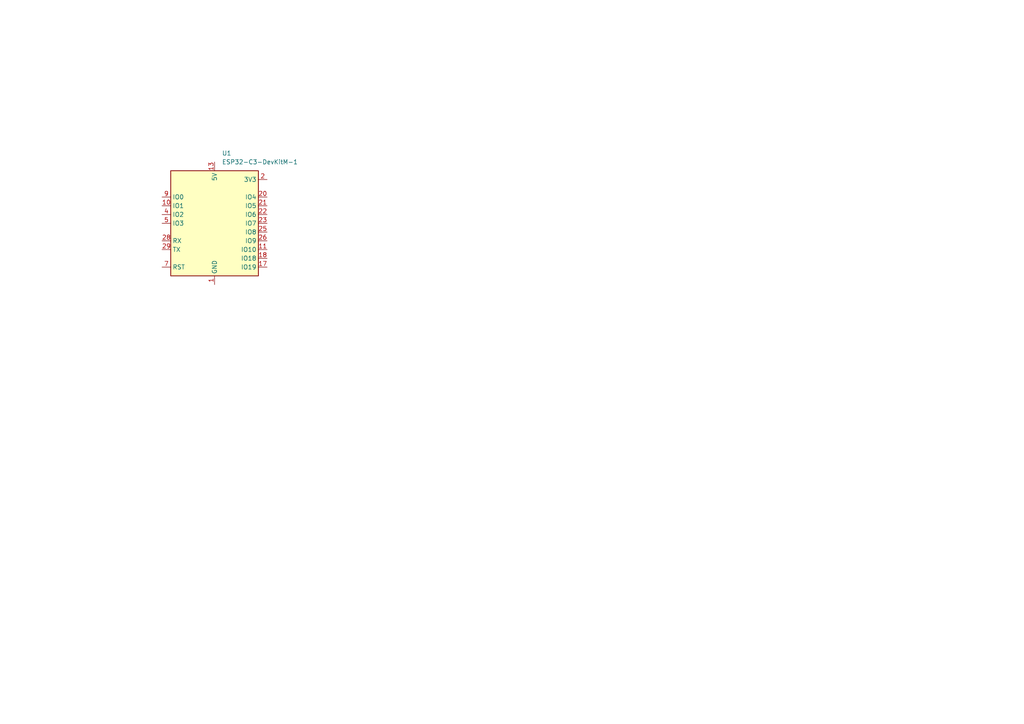
<source format=kicad_sch>
(kicad_sch (version 20250114) (generator "eeschema") (generator_version "9.0")
  (paper "A4")
  (lib_symbols
    (symbol "RF_Module:ESP32-C3-DevKitM-1"
      (property "Reference" "U" (at 7.62 16.51 0))
      (property "Value" "ESP32-C3-DevKitM-1" (at 11.684 -16.764 0))
      (symbol "ESP32-C3-DevKitM-1_1_1"
        (rectangle (start -12.7 15.24) (end 12.7 -15.24) (stroke (width 0.254)) (fill (type background)))
        (pin bidirectional line (at -15.24 7.62 0) (length 2.54) (name "IO0") (number "9"))
        (pin bidirectional line (at -15.24 5.08 0) (length 2.54) (name "IO1") (number "10"))
        (pin bidirectional line (at -15.24 2.54 0) (length 2.54) (name "IO2") (number "4"))
        (pin bidirectional line (at -15.24 0 0) (length 2.54) (name "IO3") (number "5"))
        (pin input line (at -15.24 -5.08 0) (length 2.54) (name "RX") (number "28"))
        (pin output line (at -15.24 -7.62 0) (length 2.54) (name "TX") (number "29"))
        (pin input line (at -15.24 -12.7 0) (length 2.54) (name "RST") (number "7"))
        (pin passive line (at 0 17.78 270) (length 2.54) (name "5V") (number "13"))
        (pin passive line (at 0 17.78 270) (length 2.54) (hide yes) (name "5V") (number "14"))
        (pin power_in line (at 0 -17.78 90) (length 2.54) (name "GND") (number "1"))
        (pin passive line (at 0 -17.78 90) (length 2.54) (hide yes) (name "GND") (number "12"))
        (pin passive line (at 0 -17.78 90) (length 2.54) (hide yes) (name "GND") (number "15"))
        (pin passive line (at 0 -17.78 90) (length 2.54) (hide yes) (name "GND") (number "16"))
        (pin passive line (at 0 -17.78 90) (length 2.54) (hide yes) (name "GND") (number "19"))
        (pin passive line (at 0 -17.78 90) (length 2.54) (hide yes) (name "GND") (number "24"))
        (pin passive line (at 0 -17.78 90) (length 2.54) (hide yes) (name "GND") (number "27"))
        (pin passive line (at 0 -17.78 90) (length 2.54) (hide yes) (name "GND") (number "30"))
        (pin passive line (at 0 -17.78 90) (length 2.54) (hide yes) (name "GND") (number "6"))
        (pin passive line (at 0 -17.78 90) (length 2.54) (hide yes) (name "GND") (number "8"))
        (pin power_out line (at 15.24 12.7 180) (length 2.54) (name "3V3") (number "2"))
        (pin passive line (at 15.24 12.7 180) (length 2.54) (hide yes) (name "3V3") (number "3"))
        (pin bidirectional line (at 15.24 7.62 180) (length 2.54) (name "IO4") (number "20"))
        (pin bidirectional line (at 15.24 5.08 180) (length 2.54) (name "IO5") (number "21"))
        (pin bidirectional line (at 15.24 2.54 180) (length 2.54) (name "IO6") (number "22"))
        (pin bidirectional line (at 15.24 0 180) (length 2.54) (name "IO7") (number "23"))
        (pin bidirectional line (at 15.24 -2.54 180) (length 2.54) (name "IO8") (number "25"))
        (pin bidirectional line (at 15.24 -5.08 180) (length 2.54) (name "IO9") (number "26"))
        (pin bidirectional line (at 15.24 -7.62 180) (length 2.54) (name "IO10") (number "11"))
        (pin bidirectional line (at 15.24 -10.16 180) (length 2.54) (name "IO18") (number "18"))
        (pin bidirectional line (at 15.24 -12.7 180) (length 2.54) (name "IO19") (number "17"))
      )
    )
  )
  (symbol (lib_id "RF_Module:ESP32-C3-DevKitM-1") (at 62.23 64.77 0) (unit 1)
    (property "Reference" "U1" (at 64.3733 44.45 0) (effects (justify left)))
    (property "Value" "ESP32-C3-DevKitM-1" (at 64.3733 46.99 0) (effects (justify left)))
    (property "Footprint" "RF_Module:ESP32-C3-DevKitM-1" (effects (hide yes)))
    (property "Datasheet" "https://docs.espressif.com/projects/esp-idf/en/latest/esp32c3/hw-reference/esp32c3/user-guide-devkitm-1.html" (effects (hide yes)))
    (property "Description" "Development board featuring ESP32-C3-MINI-1 module" (effects (hide yes)))
  )
)
</source>
